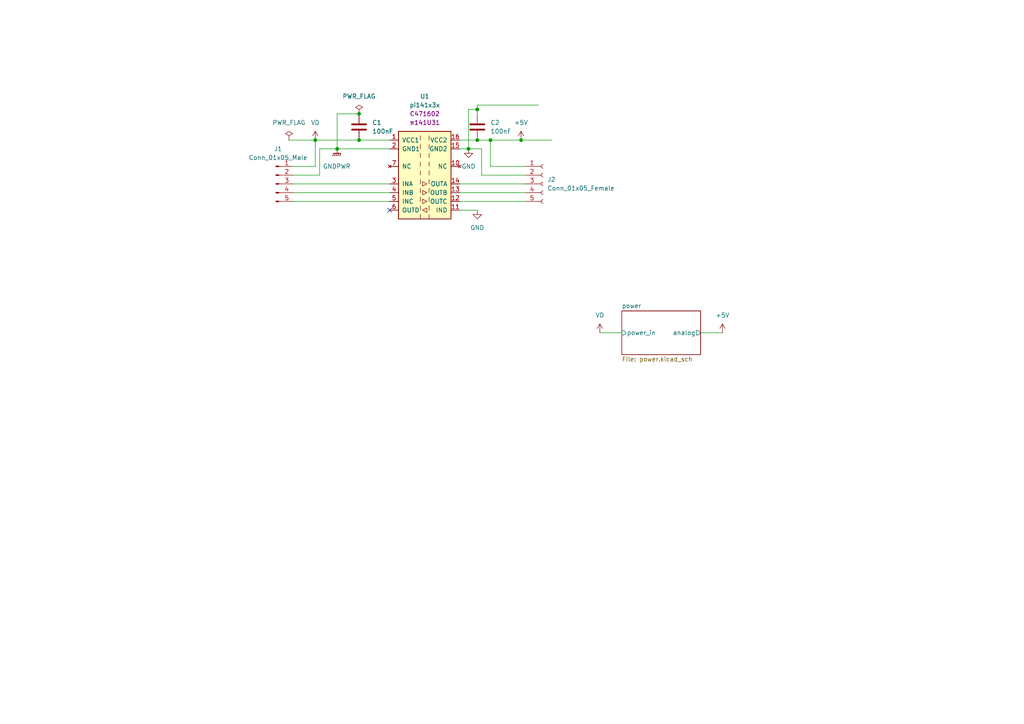
<source format=kicad_sch>
(kicad_sch (version 20211123) (generator eeschema)
  (paper "A4")
  (lib_symbols
    (symbol "0JLC-6:100nF" (pin_numbers hide) (pin_names (offset 0.254))
      (property "Reference" "C" (at 0.635 2.54 0))
      (property "Value" "100nF" (at 0.635 -2.54 0))
      (symbol "100nF_0_1"
        (polyline (pts (xy -2.032 -0.762) (xy 2.032 -0.762)) (stroke (width 0.508)))
        (polyline (pts (xy -2.032 0.762) (xy 2.032 0.762)) (stroke (width 0.508)))
      )
      (symbol "100nF_1_1"
        (pin passive line (at 0 3.81 270) (length 2.794) (name "~") (number "1"))
        (pin passive line (at 0 -3.81 90) (length 2.794) (name "~") (number "2"))
      )
    )
    (symbol "0JLC-6:pi141x3x" (pin_names (offset 1.016))
      (property "Reference" "U?" (at 0 17.78 0))
      (property "Value" "pi141x3x" (at 0 15.24 0))
      (property "LCSC" "C471602" (at 0 0 0))
      (property "MPN" "π141U31" (at 0 0 0))
      (symbol "pi141x3x_0_1"
        (rectangle (start -7.62 12.7) (end 7.62 -12.7) (stroke (width 0.254)) (fill (type background)))
        (polyline (pts (xy -1.27 -11.43) (xy -1.27 -12.7)))
        (polyline (pts (xy -1.27 -8.89) (xy -1.27 -10.16)))
        (polyline (pts (xy -1.27 -6.35) (xy -1.27 -7.62)))
        (polyline (pts (xy -1.27 -3.81) (xy -1.27 -5.08)))
        (polyline (pts (xy -1.27 -1.27) (xy -1.27 -2.54)))
        (polyline (pts (xy -1.27 1.27) (xy -1.27 0)))
        (polyline (pts (xy -1.27 3.81) (xy -1.27 2.54)))
        (polyline (pts (xy -1.27 6.35) (xy -1.27 5.08)))
        (polyline (pts (xy -1.27 8.89) (xy -1.27 7.62)))
        (polyline (pts (xy -1.27 11.43) (xy -1.27 10.16)))
        (polyline (pts (xy 1.27 -11.43) (xy 1.27 -12.7)))
        (polyline (pts (xy 1.27 -8.89) (xy 1.27 -10.16)))
        (polyline (pts (xy 1.27 -6.35) (xy 1.27 -7.62)))
        (polyline (pts (xy 1.27 -3.81) (xy 1.27 -5.08)))
        (polyline (pts (xy 1.27 -1.27) (xy 1.27 -2.54)))
        (polyline (pts (xy 1.27 1.27) (xy 1.27 0)))
        (polyline (pts (xy 1.27 3.81) (xy 1.27 2.54)))
        (polyline (pts (xy 1.27 6.35) (xy 1.27 5.08)))
        (polyline (pts (xy 1.27 8.89) (xy 1.27 7.62)))
        (polyline (pts (xy 1.27 11.43) (xy 1.27 10.16)))
        (polyline (pts (xy -0.635 -10.16) (xy 0.635 -9.525) (xy 0.635 -10.795) (xy -0.635 -10.16)))
        (polyline (pts (xy -0.635 -6.985) (xy -0.635 -8.255) (xy 0.635 -7.62) (xy -0.635 -6.985)))
        (polyline (pts (xy -0.635 -4.445) (xy -0.635 -5.715) (xy 0.635 -5.08) (xy -0.635 -4.445)))
        (polyline (pts (xy -0.635 -1.905) (xy -0.635 -3.175) (xy 0.635 -2.54) (xy -0.635 -1.905)))
      )
      (symbol "pi141x3x_1_1"
        (pin power_in line (at -10.16 10.16 0) (length 2.54) (name "VCC1") (number "1"))
        (pin no_connect line (at 10.16 2.54 180) (length 2.54) (name "NC") (number "10"))
        (pin input line (at 10.16 -10.16 180) (length 2.54) (name "IND") (number "11"))
        (pin output line (at 10.16 -7.62 180) (length 2.54) (name "OUTC") (number "12"))
        (pin output line (at 10.16 -5.08 180) (length 2.54) (name "OUTB") (number "13"))
        (pin output line (at 10.16 -2.54 180) (length 2.54) (name "OUTA") (number "14"))
        (pin power_in line (at 10.16 7.62 180) (length 2.54) (name "GND2") (number "15"))
        (pin power_in line (at 10.16 10.16 180) (length 2.54) (name "VCC2") (number "16"))
        (pin power_in line (at -10.16 7.62 0) (length 2.54) (name "GND1") (number "2"))
        (pin input line (at -10.16 -2.54 0) (length 2.54) (name "INA") (number "3"))
        (pin input line (at -10.16 -5.08 0) (length 2.54) (name "INB") (number "4"))
        (pin input line (at -10.16 -7.62 0) (length 2.54) (name "INC") (number "5"))
        (pin output line (at -10.16 -10.16 0) (length 2.54) (name "OUTD") (number "6"))
        (pin no_connect line (at -10.16 2.54 0) (length 2.54) (name "NC") (number "7"))
        (pin passive line (at -10.16 7.62 0) (length 2.54) hide (name "GND1") (number "8"))
        (pin passive line (at 10.16 7.62 180) (length 2.54) hide (name "GND2") (number "9"))
      )
    )
    (symbol "Connector:Conn_01x05_Female" (pin_names (offset 1.016) hide)
      (property "Reference" "J" (at 0 7.62 0))
      (property "Value" "Conn_01x05_Female" (at 0 -7.62 0))
      (symbol "Conn_01x05_Female_1_1"
        (arc (start 0 -4.572) (mid -0.508 -5.08) (end 0 -5.588) (stroke (width 0.1524)))
        (arc (start 0 -2.032) (mid -0.508 -2.54) (end 0 -3.048) (stroke (width 0.1524)))
        (polyline (pts (xy -1.27 -5.08) (xy -0.508 -5.08)) (stroke (width 0.1524)))
        (polyline (pts (xy -1.27 -2.54) (xy -0.508 -2.54)) (stroke (width 0.1524)))
        (polyline (pts (xy -1.27 0) (xy -0.508 0)) (stroke (width 0.1524)))
        (polyline (pts (xy -1.27 2.54) (xy -0.508 2.54)) (stroke (width 0.1524)))
        (polyline (pts (xy -1.27 5.08) (xy -0.508 5.08)) (stroke (width 0.1524)))
        (arc (start 0 0.508) (mid -0.508 0) (end 0 -0.508) (stroke (width 0.1524)))
        (arc (start 0 3.048) (mid -0.508 2.54) (end 0 2.032) (stroke (width 0.1524)))
        (arc (start 0 5.588) (mid -0.508 5.08) (end 0 4.572) (stroke (width 0.1524)))
        (pin passive line (at -5.08 5.08 0) (length 3.81) (name "Pin_1") (number "1"))
        (pin passive line (at -5.08 2.54 0) (length 3.81) (name "Pin_2") (number "2"))
        (pin passive line (at -5.08 0 0) (length 3.81) (name "Pin_3") (number "3"))
        (pin passive line (at -5.08 -2.54 0) (length 3.81) (name "Pin_4") (number "4"))
        (pin passive line (at -5.08 -5.08 0) (length 3.81) (name "Pin_5") (number "5"))
      )
    )
    (symbol "Connector:Conn_01x05_Male" (pin_names (offset 1.016) hide)
      (property "Reference" "J" (at 0 7.62 0))
      (property "Value" "Conn_01x05_Male" (at 0 -7.62 0))
      (symbol "Conn_01x05_Male_1_1"
        (polyline (pts (xy 1.27 -5.08) (xy 0.8636 -5.08)) (stroke (width 0.1524)))
        (polyline (pts (xy 1.27 -2.54) (xy 0.8636 -2.54)) (stroke (width 0.1524)))
        (polyline (pts (xy 1.27 0) (xy 0.8636 0)) (stroke (width 0.1524)))
        (polyline (pts (xy 1.27 2.54) (xy 0.8636 2.54)) (stroke (width 0.1524)))
        (polyline (pts (xy 1.27 5.08) (xy 0.8636 5.08)) (stroke (width 0.1524)))
        (rectangle (start 0.8636 -4.953) (end 0 -5.207) (stroke (width 0.1524)) (fill (type outline)))
        (rectangle (start 0.8636 -2.413) (end 0 -2.667) (stroke (width 0.1524)) (fill (type outline)))
        (rectangle (start 0.8636 0.127) (end 0 -0.127) (stroke (width 0.1524)) (fill (type outline)))
        (rectangle (start 0.8636 2.667) (end 0 2.413) (stroke (width 0.1524)) (fill (type outline)))
        (rectangle (start 0.8636 5.207) (end 0 4.953) (stroke (width 0.1524)) (fill (type outline)))
        (pin passive line (at 5.08 5.08 180) (length 3.81) (name "Pin_1") (number "1"))
        (pin passive line (at 5.08 2.54 180) (length 3.81) (name "Pin_2") (number "2"))
        (pin passive line (at 5.08 0 180) (length 3.81) (name "Pin_3") (number "3"))
        (pin passive line (at 5.08 -2.54 180) (length 3.81) (name "Pin_4") (number "4"))
        (pin passive line (at 5.08 -5.08 180) (length 3.81) (name "Pin_5") (number "5"))
      )
    )
    (symbol "power:+5V" (power) (pin_names (offset 0))
      (property "Value" "+5V" (at 0 3.556 0))
      (symbol "+5V_0_1"
        (polyline (pts (xy -0.762 1.27) (xy 0 2.54)))
        (polyline (pts (xy 0 0) (xy 0 2.54)))
        (polyline (pts (xy 0 2.54) (xy 0.762 1.27)))
      )
      (symbol "+5V_1_1"
        (pin power_in line (at 0 0 90) (length 0) hide (name "+5V") (number "1"))
      )
    )
    (symbol "power:GND" (power) (pin_names (offset 0))
      (property "Value" "GND" (at 0 -3.81 0))
      (symbol "GND_0_1"
        (polyline (pts (xy 0 0) (xy 0 -1.27) (xy 1.27 -1.27) (xy 0 -2.54) (xy -1.27 -1.27) (xy 0 -1.27)))
      )
      (symbol "GND_1_1"
        (pin power_in line (at 0 0 270) (length 0) hide (name "GND") (number "1"))
      )
    )
    (symbol "power:GNDPWR" (power) (pin_names (offset 0))
      (property "Value" "GNDPWR" (at 0 -3.302 0))
      (symbol "GNDPWR_0_1"
        (polyline (pts (xy 0 -1.27) (xy 0 0)))
        (polyline (pts (xy -1.016 -1.27) (xy -1.27 -2.032) (xy -1.27 -2.032)) (stroke (width 0.2032)))
        (polyline (pts (xy -0.508 -1.27) (xy -0.762 -2.032) (xy -0.762 -2.032)) (stroke (width 0.2032)))
        (polyline (pts (xy 0 -1.27) (xy -0.254 -2.032) (xy -0.254 -2.032)) (stroke (width 0.2032)))
        (polyline (pts (xy 0.508 -1.27) (xy 0.254 -2.032) (xy 0.254 -2.032)) (stroke (width 0.2032)))
        (polyline (pts (xy 1.016 -1.27) (xy -1.016 -1.27) (xy -1.016 -1.27)) (stroke (width 0.2032)))
        (polyline (pts (xy 1.016 -1.27) (xy 0.762 -2.032) (xy 0.762 -2.032) (xy 0.762 -2.032)) (stroke (width 0.2032)))
      )
      (symbol "GNDPWR_1_1"
        (pin power_in line (at 0 0 270) (length 0) hide (name "GNDPWR") (number "1"))
      )
    )
    (symbol "power:PWR_FLAG" (power) (pin_numbers hide) (pin_names (offset 0) hide)
      (property "Value" "PWR_FLAG" (at 0 3.81 0))
      (symbol "PWR_FLAG_0_0"
        (pin power_out line (at 0 0 90) (length 0) (name "pwr") (number "1"))
      )
      (symbol "PWR_FLAG_0_1"
        (polyline (pts (xy 0 0) (xy 0 1.27) (xy -1.016 1.905) (xy 0 2.54) (xy 1.016 1.905) (xy 0 1.27)))
      )
    )
    (symbol "power:VD" (power) (pin_names (offset 0))
      (property "Value" "VD" (at 0 3.81 0))
      (symbol "VD_0_1"
        (polyline (pts (xy -0.762 1.27) (xy 0 2.54)))
        (polyline (pts (xy 0 0) (xy 0 2.54)))
        (polyline (pts (xy 0 2.54) (xy 0.762 1.27)))
      )
      (symbol "VD_1_1"
        (pin power_in line (at 0 0 90) (length 0) hide (name "VD") (number "1"))
      )
    )
  )
  (junction (at 104.14 33.02))
  (junction (at 104.14 40.64))
  (junction (at 138.43 40.64))
  (junction (at 135.89 43.18))
  (junction (at 97.79 43.18))
  (junction (at 138.43 31.75))
  (junction (at 151.13 40.64))
  (junction (at 91.44 40.64))
  (junction (at 142.24 40.64))
  (no_connect (at 113.03 60.96))
  (wire (pts (xy 203.2 96.52) (xy 209.55 96.52)))
  (wire (pts (xy 135.89 43.18) (xy 139.7 43.18)))
  (wire (pts (xy 91.44 40.64) (xy 104.14 40.64)))
  (wire (pts (xy 133.35 60.96) (xy 138.43 60.96)))
  (wire (pts (xy 138.43 33.02) (xy 138.43 31.75)))
  (wire (pts (xy 139.7 43.18) (xy 139.7 50.8)))
  (wire (pts (xy 97.79 43.18) (xy 113.03 43.18)))
  (wire (pts (xy 133.35 40.64) (xy 138.43 40.64)))
  (wire (pts (xy 104.14 40.64) (xy 113.03 40.64)))
  (wire (pts (xy 139.7 50.8) (xy 152.4 50.8)))
  (wire (pts (xy 104.14 33.02) (xy 97.79 33.02)))
  (wire (pts (xy 85.09 55.88) (xy 113.03 55.88)))
  (wire (pts (xy 92.71 50.8) (xy 92.71 43.18)))
  (wire (pts (xy 85.09 48.26) (xy 91.44 48.26)))
  (wire (pts (xy 133.35 58.42) (xy 152.4 58.42)))
  (wire (pts (xy 85.09 50.8) (xy 92.71 50.8)))
  (wire (pts (xy 85.09 53.34) (xy 113.03 53.34)))
  (wire (pts (xy 142.24 48.26) (xy 152.4 48.26)))
  (wire (pts (xy 173.99 96.52) (xy 180.34 96.52)))
  (wire (pts (xy 92.71 43.18) (xy 97.79 43.18)))
  (wire (pts (xy 156.21 30.48) (xy 138.43 30.48)))
  (wire (pts (xy 135.89 31.75) (xy 135.89 43.18)))
  (wire (pts (xy 142.24 40.64) (xy 151.13 40.64)))
  (wire (pts (xy 138.43 31.75) (xy 135.89 31.75)))
  (wire (pts (xy 138.43 40.64) (xy 142.24 40.64)))
  (wire (pts (xy 133.35 53.34) (xy 152.4 53.34)))
  (wire (pts (xy 133.35 55.88) (xy 152.4 55.88)))
  (wire (pts (xy 91.44 48.26) (xy 91.44 40.64)))
  (wire (pts (xy 83.82 40.64) (xy 91.44 40.64)))
  (wire (pts (xy 133.35 43.18) (xy 135.89 43.18)))
  (wire (pts (xy 97.79 33.02) (xy 97.79 43.18)))
  (wire (pts (xy 160.02 40.64) (xy 151.13 40.64)))
  (wire (pts (xy 142.24 40.64) (xy 142.24 48.26)))
  (wire (pts (xy 138.43 30.48) (xy 138.43 31.75)))
  (wire (pts (xy 85.09 58.42) (xy 113.03 58.42)))
  (symbol (lib_id "power:+5V") (at 151.13 40.64 0) (unit 1)
    (property "Reference" "#PWR04" (effects hide))
    (property "Value" "+5V" (at 151.13 35.56 0))
  )
  (symbol (lib_id "power:GND") (at 138.43 60.96 0) (unit 1)
    (property "Reference" "#PWR0101" (effects hide))
    (property "Value" "GND" (at 138.43 66.04 0))
  )
  (symbol (lib_id "power:PWR_FLAG") (at 83.82 40.64 0) (unit 1)
    (property "Reference" "#FLG0101" (effects hide))
    (property "Value" "PWR_FLAG" (at 83.82 35.56 0))
  )
  (symbol (lib_id "power:GNDPWR") (at 97.79 43.18 0) (unit 1)
    (property "Reference" "#PWR02" (effects hide))
    (property "Value" "GNDPWR" (at 97.663 48.26 0))
  )
  (symbol (lib_id "power:PWR_FLAG") (at 104.14 33.02 0) (unit 1)
    (property "Reference" "#FLG01" (effects hide))
    (property "Value" "PWR_FLAG" (at 104.14 27.94 0))
  )
  (symbol (lib_id "Connector:Conn_01x05_Male") (at 80.01 53.34 0) (unit 1)
    (property "Reference" "J1" (at 80.645 43.18 0))
    (property "Value" "Conn_01x05_Male" (at 80.645 45.72 0))
    (property "Footprint" "Connector_PinHeader_2.54mm:PinHeader_1x05_P2.54mm_Horizontal" (effects hide))
  )
  (symbol (lib_id "power:VD") (at 91.44 40.64 0) (unit 1)
    (property "Reference" "#PWR01" (effects hide))
    (property "Value" "VD" (at 91.44 35.56 0))
  )
  (symbol (lib_id "power:+5V") (at 209.55 96.52 0) (unit 1)
    (property "Reference" "#PWR06" (effects hide))
    (property "Value" "+5V" (at 209.55 91.44 0))
  )
  (symbol (lib_id "power:GND") (at 135.89 43.18 0) (unit 1)
    (property "Reference" "#PWR03" (effects hide))
    (property "Value" "GND" (at 135.89 48.26 0))
  )
  (symbol (lib_id "power:VD") (at 173.99 96.52 0) (unit 1)
    (property "Reference" "#PWR05" (effects hide))
    (property "Value" "VD" (at 173.99 91.44 0))
  )
  (symbol (lib_id "0JLC-6:pi141x3x") (at 123.19 50.8 0) (unit 1)
    (property "Reference" "U1" (at 123.19 27.94 0))
    (property "Value" "pi141x3x" (at 123.19 30.48 0))
    (property "Footprint" "Package_SO:SOIC-16_3.9x9.9mm_P1.27mm" (effects hide))
    (property "LCSC" "C471602" (at 123.19 33.02 0))
    (property "MPN" "π141U31" (at 123.19 35.56 0))
  )
  (symbol (lib_id "Connector:Conn_01x05_Female") (at 157.48 53.34 0) (unit 1)
    (property "Reference" "J2" (at 158.75 52.0699 0) (effects (justify left)))
    (property "Value" "Conn_01x05_Female" (at 158.75 54.6099 0) (effects (justify left)))
    (property "Footprint" "Connector_PinSocket_2.54mm:PinSocket_1x05_P2.54mm_Horizontal" (effects hide))
  )
  (symbol (lib_id "0JLC-6:100nF") (at 138.43 36.83 0) (unit 1)
    (property "Reference" "C2" (at 142.24 35.5599 0) (effects (justify left)))
    (property "Value" "100nF" (at 142.24 38.0999 0) (effects (justify left)))
    (property "Footprint" "Capacitor_SMD:C_0603_1608Metric_Pad1.08x0.95mm_HandSolder" (effects hide))
    (property "LCSC" "C14663" (effects hide))
    (property "MPN" "CC0603KRX7R9BB104" (effects hide))
  )
  (symbol (lib_id "0JLC-6:100nF") (at 104.14 36.83 0) (unit 1)
    (property "Reference" "C1" (at 107.95 35.5599 0) (effects (justify left)))
    (property "Value" "100nF" (at 107.95 38.0999 0) (effects (justify left)))
    (property "Footprint" "Capacitor_SMD:C_0603_1608Metric_Pad1.08x0.95mm_HandSolder" (effects hide))
    (property "LCSC" "C14663" (effects hide))
    (property "MPN" "CC0603KRX7R9BB104" (effects hide))
  )
  (sheet (at 180.34 90.17) (size 22.86 12.7) (stroke (width 0.1524))
    (property "Sheet name" "power" (at 180.34 89.4584 0) (effects (justify left bottom)))
    (property "Sheet file" "power.kicad_sch" (at 180.34 103.4546 0) (effects (justify left top)))
    (pin "analog" output (at 203.2 96.52 0))
    (pin "power_in" input (at 180.34 96.52 180))
  )
)
</source>
